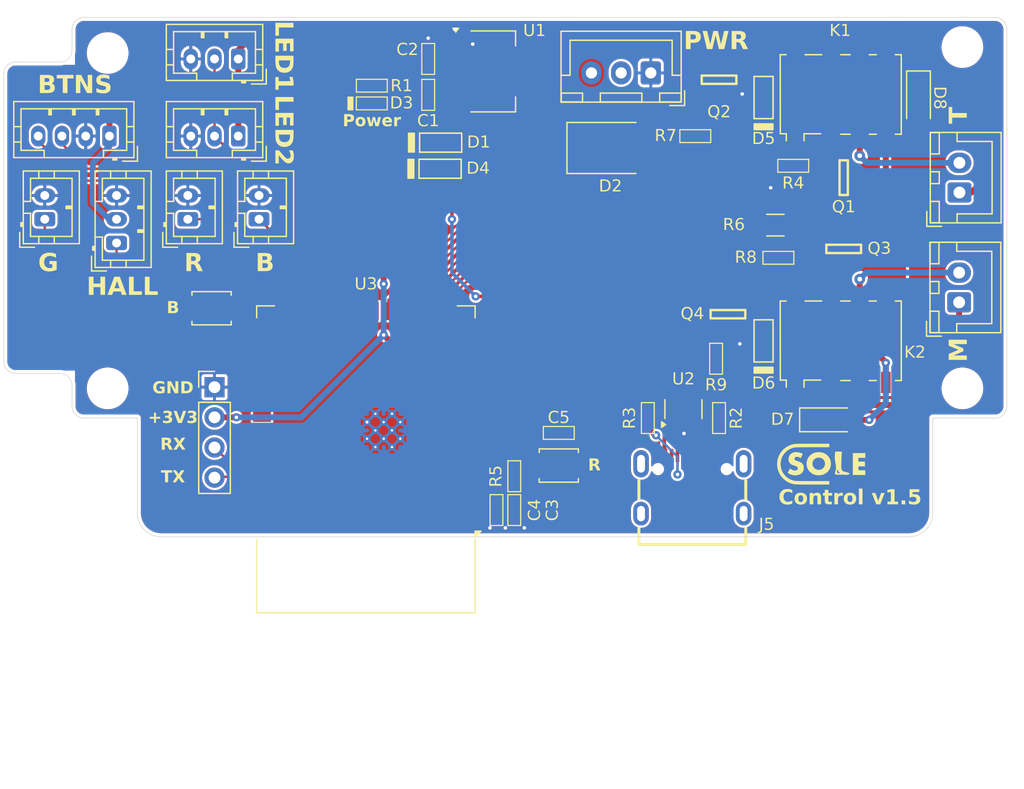
<source format=kicad_pcb>
(kicad_pcb (version 20240108) (generator "pcbnew") (generator_version "8.0")
  (layers (0 "F.Cu" signal) (31 "B.Cu" signal) (34 "B.Paste" user) (35 "F.Paste" user) (36 "B.SilkS" user "B.Silkscreen") (37 "F.SilkS" user "F.Silkscreen") (38 "B.Mask" user) (39 "F.Mask" user) (44 "Edge.Cuts" user))
  (net 0 "")
  (net 1 "GND")
  (net 2 "/+V_OR")
  (net 3 "+3V3")
  (net 4 "+12V")
  (net 5 "+VBUS")
  (net 6 "TRAY_MOTOR-")
  (net 7 "TRAY_MOTOR+")
  (net 8 "DOOR_MOTOR-")
  (net 9 "DOOR_MOTOR+")
  (net 10 "ESP32_LEDBTN")
  (net 11 "ESP32_DOORBTN")
  (net 12 "/MOS_G_TRAY_DIRECT")
  (net 13 "/BJT_B_TRAY_MOTOR")
  (net 14 "/MOS_G_DOOR_DIRECT")
  (net 15 "/BJT_B_DOOR_MOTOR")
  (net 16 "ESP32_TRAY_DIRECTION")
  (net 17 "ESP32_DOOR_DIRECTION")
  (net 18 "USB_D+")
  (net 19 "USB_D-")
  (net 20 "Net-(D3-A)")
  (net 22 "/ESP32_EN")
  (net 23 "ESP32_TRAY_MOTOR_ON")
  (net 24 "ESP32_DOOR_MOTOR_ON")
  (net 25 "ESP32_DOOR_CLOSED")
  (net 26 "ESP32_DOOR_OPEN")
  (net 27 "ESP32_TRAY_CLOSED")
  (net 28 "ESP32_TRAY_OPEN")
  (net 29 "ESP32_RGB_DIN")
  (net 30 "Net-(D7-A)")
  (net 31 "ESP32_AMP_SENSE")
  (net 32 "Net-(D6-A)")
  (net 33 "Net-(D5-A)")
  (net 34 "Net-(SW2-A)")
  (net 38 "Net-(J5-CC1)")
  (net 40 "Net-(J5-D--PadA7)")
  (net 41 "Net-(J5-D+-PadA6)")
  (net 43 "Net-(J5-CC2)")
  (net 52 "/ESP32_RX")
  (net 65 "/ESP32_TX")
  (net 66 "Net-(D8-A)")
  (footprint "MountingHole:MountingHole_3mm" (layer "F.Cu") (at 180.75 112.5)
    (property "Reference" "H4" (hide yes))
    (property "Value" "MountingHole")
  )
  (footprint "Capacitors:C603" (layer "F.Cu") (at 135.75 87.775 90)
    (property "Reference" "C1")
    (property "Value" "10u 25V")
  )
  (footprint "Connector_JST:JST_PH_B2B-PH-K_1x02_P2.00mm_Vertical" (layer "F.Cu") (at 121.5 98.25 90)
    (property "Reference" "J3" (hide yes))
    (property "Value" "JST-B2B-PH-K")
  )
  (footprint "Connector_JST:JST_PH_B4B-PH-K_1x04_P2.00mm_Vertical" (layer "F.Cu") (at 108.9 91.25 180)
    (property "Reference" "J9" (hide yes))
    (property "Value" "JST-B4B-PH-K")
  )
  (footprint "Connector_PinHeader_2.54mm:PinHeader_1x04_P2.54mm_Vertical" (layer "F.Cu") (at 117.75 112.4)
    (property "Reference" "J12" (hide yes))
    (property "Value" "Conn_01x04_Pin")
  )
  (footprint "Resistors:R603" (layer "F.Cu") (at 154.25 115 90)
    (property "Reference" "R3")
    (property "Value" "5k1")
  )
  (footprint "Diodes:D805" (layer "F.Cu") (at 164 108.5 -90)
    (property "Reference" "D6")
    (property "Value" "1N914" (hide yes))
  )
  (footprint "Diodes:SOD-123" (layer "F.Cu") (at 169.3 115.15)
    (property "Reference" "D7")
    (property "Value" "1N4001W")
  )
  (footprint "Capacitors:C603" (layer "F.Cu") (at 141.5 122.75 -90)
    (property "Reference" "C4")
    (property "Value" "100n 50V")
  )
  (footprint "Resistors:R603" (layer "F.Cu") (at 158.25 91.25)
    (property "Reference" "R7")
    (property "Value" "220R")
  )
  (footprint "Package_TO_SOT_SMD:SOT-223-3_TabPin2" (layer "F.Cu") (at 141.2 85.8)
    (property "Reference" "U1")
    (property "Value" "LD1117S33CTR")
  )
  (footprint "Diodes:D603" (layer "F.Cu") (at 131 88.5 180)
    (property "Reference" "D3")
    (property "Value" "LED")
  )
  (footprint "MountingHole:MountingHole_3mm" (layer "F.Cu") (at 180.75 83.75)
    (property "Reference" "H3" (hide yes))
    (property "Value" "MountingHole")
  )
  (footprint "Connector_JST:JST_PH_B2B-PH-K_1x02_P2.00mm_Vertical" (layer "F.Cu") (at 115.5 98.25 90)
    (property "Reference" "J1" (hide yes))
    (property "Value" "JST-B2B-PH-K")
  )
  (footprint "LOGO" (layer "F.Cu") (at 169 119)
    (property "Reference" "G***" (hide yes))
    (property "Value" "LOGO" (hide yes))
  )
  (footprint "Connector_JST:JST_XH_B2B-XH-A_1x02_P2.50mm_Vertical" (layer "F.Cu") (at 180.475 105.25 90)
    (property "Reference" "J11" (hide yes))
    (property "Value" "JST-B2B-XH-A")
  )
  (footprint "Button_Switch_SMD:SW_SPST_B3U-1000P" (layer "F.Cu") (at 146.75 119)
    (property "Reference" "SW1" (hide yes))
    (property "Value" "RESET")
  )
  (footprint "General Sizes:SOT-23-3" (layer "F.Cu") (at 161 106.25 90)
    (property "Reference" "Q4")
    (property "Value" "FMMT617" (hide yes))
  )
  (footprint "Resistor_SMD:R_1206_3216Metric" (layer "F.Cu") (at 165 98.75)
    (property "Reference" "R6")
    (property "Value" "1R")
  )
  (footprint "Diodes:D805" (layer "F.Cu") (at 164 88 -90)
    (property "Reference" "D5")
    (property "Value" "1N914" (hide yes))
  )
  (footprint "General Sizes:SOT-23-3" (layer "F.Cu") (at 170.75 100.75 -90)
    (property "Reference" "Q3")
    (property "Value" "FMMT617" (hide yes))
  )
  (footprint "Connector_JST:JST_XH_B2B-XH-A_1x02_P2.50mm_Vertical" (layer "F.Cu") (at 180.5 96 90)
    (property "Reference" "J10" (hide yes))
    (property "Value" "JST-B2B-XH-A")
  )
  (footprint "MountingHole:MountingHole_3mm" (layer "F.Cu") (at 108.75 112.5)
    (property "Reference" "H2" (hide yes))
    (property "Value" "MountingHole")
  )
  (footprint "Diodes:SOD-123" (layer "F.Cu") (at 177.05 88.0225 -90)
    (property "Reference" "D8")
    (property "Value" "1N4001W")
  )
  (footprint "Resistors:R603" (layer "F.Cu") (at 160.25 115 90)
    (property "Reference" "R2")
    (property "Value" "5k1")
  )
  (footprint "Button_Switch_SMD:SW_SPST_B3U-1000P" (layer "F.Cu") (at 117.5 105.75 180)
    (property "Reference" "SW2" (hide yes))
    (property "Value" "BOOT")
  )
  (footprint "Resistors:R603" (layer "F.Cu") (at 160 110 90)
    (property "Reference" "R9")
    (property "Value" "220R")
  )
  (footprint "Diode_SMD:D_SMB" (layer "F.Cu") (at 151.1 92.25)
    (property "Reference" "D2")
    (property "Value" "SMBJ13A")
  )
  (footprint "Resistors:R603" (layer "F.Cu") (at 166.5 93.75)
    (property "Reference" "R4")
    (property "Value" "220R")
  )
  (footprint "RF_Module:ESP32-S3-WROOM-1" (layer "F.Cu") (at 130.5 118.5 180)
    (property "Reference" "U3")
    (property "Value" "ESP32-S3-WROOM-1-N16R8 ")
  )
  (footprint "Connector_JST:JST_XH_B3B-XH-A_1x03_P2.50mm_Vertical" (layer "F.Cu") (at 154.5 85.925 180)
    (property "Reference" "J2" (hide yes))
    (property "Value" "JST-B3B-XH-A")
  )
  (footprint "Resistors:R603" (layer "F.Cu") (at 131 87)
    (property "Reference" "R1")
    (property "Value" "10k")
  )
  (footprint "General Sizes:SOT-23-3" (layer "F.Cu") (at 170.75 94.75)
    (property "Reference" "Q1")
    (property "Value" "FMMT617" (hide yes))
  )
  (footprint "Diodes:D805" (layer "F.Cu") (at 136.7534 94 180)
    (property "Reference" "D4")
    (property "Value" "1N5819" (hide yes))
  )
  (footprint "Capacitors:C603" (layer "F.Cu") (at 135.75 84.75 90)
    (property "Reference" "C2")
    (property "Value" "10u 25V")
  )
  (footprint "Package_TO_SOT_SMD:SOT-23-6" (layer "F.Cu") (at 157.25 114.25 90)
    (property "Reference" "U2")
    (property "Value" "USBLC6-2SC6")
  )
  (footprint "Capacitors:C603" (layer "F.Cu") (at 146.75 116.25)
    (property "Reference" "C5")
    (property "Value" "100n 50V")
  )
  (footprint "Connector_JST:JST_PH_B3B-PH-K_1x03_P2.00mm_Vertical" (layer "F.Cu") (at 119.75 91.25 180)
    (property "Reference" "J6" (hide yes))
    (property "Value" "JST-B3B-PH-K")
  )
  (footprint "Capacitors:C603" (layer "F.Cu") (at 143 122.75 -90)
    (property "Reference" "C3")
    (property "Value" "10u 25V")
  )
  (footprint "Connector_JST:JST_PH_B2B-PH-K_1x02_P2.00mm_Vertical" (layer "F.Cu") (at 103.45 98.25 90)
    (property "Reference" "J4" (hide yes))
    (property "Value" "JST-B2B-PH-K")
  )
  (footprint "Resistors:R603" (layer "F.Cu") (at 143 119.9 90)
    (property "Reference" "R5")
    (property "Value" "10k")
  )
  (footprint "Connector_JST:JST_PH_B3B-PH-K_1x03_P2.00mm_Vertical" (layer "F.Cu") (at 109.5 100.25 90)
    (property "Reference" "J8" (hide yes))
    (property "Value" "JST-B3B-PH-K")
  )
  (footprint "Relay_SMD:Relay_DPDT_Omron_G6K-2F-Y" (layer "F.Cu") (at 170.5 108.5 90)
    (property "Reference" "K2")
    (property "Value" "G6K-2F-Y-TR DC12")
  )
  (footprint "Relay_SMD:Relay_DPDT_Omron_G6K-2F-Y" (layer "F.Cu") (at 170.5 87.75 90)
    (property "Reference" "K1")
    (property "Value" "G6K-2F-Y-TR DC12")
  )
  (footprint "Resistors:R603" (layer "F.Cu") (at 165.25 101.5)
    (property "Reference" "R8")
    (property "Value" "220R")
  )
  (footprint "General Sizes:SOT-23-3" (layer "F.Cu") (at 160.25 86.5 90)
    (property "Reference" "Q2")
    (property "Value" "FMMT617" (hide yes))
  )
  (footprint "Connector_JST:JST_PH_B3B-PH-K_1x03_P2.00mm_Vertical" (layer "F.Cu") (at 119.75 84.75 180)
    (property "Reference" "J7" (hide yes))
    (property "Value" "JST-B3B-PH-K")
  )
  (footprint "Diodes:D805" (layer "F.Cu") (at 136.8 91.8 180)
    (property "Reference" "D1")
    (property "Value" "1N5819" (hide yes))
  )
  (footprint "USB:USB_C_TYPE-C_16PIN_2MD" (layer "F.Cu") (at 158 125.65)
    (property "Reference" "J5")
    (property "Value" " TYPE-C 16PIN 2MD(073)")
  )
  (footprint "MountingHole:MountingHole_3mm" (layer "F.Cu") (at 108.75 84.25)
    (property "Reference" "H1" (hide yes))
    (property "Value" "MountingHole")
  )
  (gr_line (start 117.75 84.75) (end 117.75 91.25) (stroke (width 0.2)) (layer "F.Cu") (net 29))
  (gr_arc (start 101 111.25) (mid 100.292893 110.957107) (end 100 110.25) (stroke (width 0.05)) (layer "Edge.Cuts"))
  (gr_line (start 178.25 115) (end 183.5 115) (stroke (width 0.05)) (layer "Edge.Cuts"))
  (gr_line (start 105.75 84) (end 105.75 82.25) (stroke (width 0.05)) (layer "Edge.Cuts"))
  (gr_arc (start 105.75 82.25) (mid 106.042893 81.542893) (end 106.75 81.25) (stroke (width 0.05)) (layer "Edge.Cuts"))
  (gr_line (start 184.5 82.25) (end 184.5 114) (stroke (width 0.05)) (layer "Edge.Cuts"))
  (gr_arc (start 106.75 115) (mid 106.042893 114.707107) (end 105.75 114) (stroke (width 0.05)) (layer "Edge.Cuts"))
  (gr_line (start 101 111.25) (end 104.75 111.25) (stroke (width 0.05)) (layer "Edge.Cuts"))
  (gr_line (start 100 86) (end 100 110.25) (stroke (width 0.05)) (layer "Edge.Cuts"))
  (gr_arc (start 183.5 81.25) (mid 184.207107 81.542893) (end 184.5 82.25) (stroke (width 0.05)) (layer "Edge.Cuts"))
  (gr_line (start 101 85) (end 104.75 85) (stroke (width 0.05)) (layer "Edge.Cuts"))
  (gr_line (start 106.75 115) (end 111.25 115) (stroke (width 0.05)) (layer "Edge.Cuts"))
  (gr_arc (start 105.75 84) (mid 105.457107 84.707107) (end 104.75 85) (stroke (width 0.05)) (layer "Edge.Cuts"))
  (gr_line (start 105.75 112.25) (end 105.75 114) (stroke (width 0.05)) (layer "Edge.Cuts"))
  (gr_arc (start 178.25 123) (mid 177.664214 124.414214) (end 176.25 125) (stroke (width 0.05)) (layer "Edge.Cuts"))
  (gr_arc (start 104.75 111.25) (mid 105.457107 111.542893) (end 105.75 112.25) (stroke (width 0.05)) (layer "Edge.Cuts"))
  (gr_line (start 113.25 125) (end 176.25 125) (stroke (width 0.05)) (layer "Edge.Cuts"))
  (gr_line (start 106.75 81.25) (end 183.5 81.25) (stroke (width 0.05)) (layer "Edge.Cuts"))
  (gr_line (start 111.25 115) (end 111.25 123) (stroke (width 0.05)) (layer "Edge.Cuts"))
  (gr_arc (start 184.5 114) (mid 184.207107 114.707107) (end 183.5 115) (stroke (width 0.05)) (layer "Edge.Cuts"))
  (gr_arc (start 113.25 125) (mid 111.835786 124.414214) (end 111.25 123) (stroke (width 0.05)) (layer "Edge.Cuts"))
  (gr_arc (start 100 86) (mid 100.292893 85.292893) (end 101 85) (stroke (width 0.05)) (layer "Edge.Cuts"))
  (gr_line (start 178.25 115) (end 178.25 123) (stroke (width 0.05)) (layer "Edge.Cuts"))
  (gr_text "R" (at 149.75 119 0) (layer "F.SilkS") (effects (font (size 1 1) (thickness 0.2) (bold yes))))
  (gr_text "M" (at 180.5 109.25 90) (layer "F.SilkS") (effects (font (size 1.5 1.5) (thickness 0.3) (bold yes))))
  (gr_text "LED2" (at 123.5 90.75 -90) (layer "F.SilkS") (effects (font (size 1.5 1.5) (thickness 0.3) (bold yes))))
  (gr_text "B" (at 122 102 0) (layer "F.SilkS") (effects (font (size 1.5 1.5) (thickness 0.3) (bold yes))))
  (gr_text "+3V3" (at 114.25 115 0) (layer "F.SilkS") (effects (font (size 1 1) (thickness 0.25) (bold yes))))
  (gr_text "HALL" (at 110 104 0) (layer "F.SilkS") (effects (font (size 1.5 1.5) (thickness 0.3) (bold yes))))
  (gr_text "Power" (at 131 90 0) (layer "F.SilkS") (effects (font (size 1 1) (thickness 0.2) (bold yes))))
  (gr_text "BTNS" (at 106 87 0) (layer "F.SilkS") (effects (font (size 1.5 1.5) (thickness 0.3) (bold yes))))
  (gr_text "Control v1.5" (at 165.25 121.75 0) (layer "F.SilkS") (effects (font (size 1.25 1.25) (thickness 0.2) (bold yes)) (justify left)))
  (gr_text "LED1" (at 123.5 84.5 -90) (layer "F.SilkS") (effects (font (size 1.5 1.5) (thickness 0.3) (bold yes))))
  (gr_text "R" (at 116 102 0) (layer "F.SilkS") (effects (font (size 1.5 1.5) (thickness 0.3) (bold yes))))
  (gr_text "PWR" (at 160 83.3 0) (layer "F.SilkS") (effects (font (size 1.5 1.5) (thickness 0.3) (bold yes))))
  (gr_text "T" (at 180.5 89.5 90) (layer "F.SilkS") (effects (font (size 1.5 1.5) (thickness 0.3) (bold yes))))
  (gr_text "GND" (at 114.25 112.5 0) (layer "F.SilkS") (effects (font (size 1 1) (thickness 0.25) (bold yes))))
  (gr_text "RX" (at 114.25 117.25 0) (layer "F.SilkS") (effects (font (size 1 1) (thickness 0.25) (bold yes))))
  (gr_text "G" (at 103.75 102 0) (layer "F.SilkS") (effects (font (size 1.5 1.5) (thickness 0.3) (bold yes))))
  (gr_text "B" (at 114.25 105.75 0) (layer "F.SilkS") (effects (font (size 1 1) (thickness 0.2) (bold yes))))
  (gr_text "TX" (at 114.25 120 0) (layer "F.SilkS") (effects (font (size 1 1) (thickness 0.25) (bold yes))))
  (segment (start 161.205 87.7) (end 162.2 87.7) (width 0.5) (layer "F.Cu") (net 1))
  (via (at 164.6 95.6) (size 0.7) (drill 0.3) (layers "F.Cu" "B.Cu") (net 1))
  (via (at 140.95 124.25) (size 0.7) (drill 0.3) (layers "F.Cu" "B.Cu") (net 1))
  (via (at 162.2 87.7) (size 0.7) (drill 0.3) (layers "F.Cu" "B.Cu") (net 1))
  (via (at 135.75 83) (size 0.7) (drill 0.3) (layers "F.Cu" "B.Cu") (net 1))
  (via (at 139.5 83.5) (size 0.7) (drill 0.3) (layers "F.Cu" "B.Cu") (net 1))
  (via (at 143.85 124.25) (size 0.7) (drill 0.3) (layers "F.Cu" "B.Cu") (net 1))
  (via (at 157.3 116.3) (size 0.7) (drill 0.3) (layers "F.Cu" "B.Cu") (net 1))
  (via (at 162 108.75) (size 0.7) (drill 0.3) (layers "F.Cu" "B.Cu") (net 1))
  (via (at 138 82.25) (size 0.7) (drill 0.3) (layers "F.Cu" "B.Cu") (net 1))
  (via (at 142.25 124.25) (size 0.7) (drill 0.3) (layers "F.Cu" "B.Cu") (net 1))
  (segment (start 135.75 88.55) (end 135.75 91.775) (width 0.5) (layer "F.Cu") (net 2))
  (segment (start 135.75 88.55) (end 137.6 88.55) (width 0.5) (layer "F.Cu") (net 2))
  (segment (start 135.6784 94) (end 135.6784 91.8466) (width 0.5) (layer "F.Cu") (net 2))
  (segment (start 132 103.7) (end 132 93.75) (width 0.5) (layer "F.Cu") (net 3))
  (segment (start 121 82.75) (end 113.5 82.75) (width 0.5) (layer "F.Cu") (net 3))
  (segment (start 135.75 85.525) (end 130 85.525) (width 0.5) (layer "F.Cu") (net 3))
  (segment (start 138 122.49) (end 135.75 120.24) (width 0.5) (layer "F.Cu") (net 3))
  (segment (start 135.75 111.75) (end 132 108) (width 0.5) (layer "F.Cu") (net 3))
  (segment (start 130 85.525) (end 129.925 85.525) (width 0.5) (layer "F.Cu") (net 3))
  (segment (start 119.75 84.75) (end 119.75 84) (width 0.5) (layer "F.Cu") (net 3))
  (segment (start 135.75 120.24) (end 135.75 111.75) (width 0.5) (layer "F.Cu") (net 3))
  (segment (start 132 93.75) (end 128.5 90.25) (width 0.5) (layer "F.Cu") (net 3))
  (segment (start 128.5 87.75) (end 129.25 87) (width 0.5) (layer "F.Cu") (net 3))
  (segment (start 108.9 87.35) (end 108.9 91.25) (width 0.5) (layer "F.Cu") (net 3))
  (segment (start 130.225 85.75) (end 130 85.525) (width 0.5) (layer "F.Cu") (net 3))
  (segment (start 117.75 114.94) (end 119.59 114.94) (width 0.5) (layer "F.Cu") (net 3))
  (segment (start 130.225 87) (end 130.225 85.75) (width 0.5) (layer "F.Cu") (net 3))
  (segment (start 119.75 84) (end 121 82.75) (width 0.5) (layer "F.Cu") (net 3))
  (segment (start 129.25 87) (end 130.225 87) (width 0.5) (layer "F.Cu") (net 3))
  (segment (start 127.15 82.75) (end 121 82.75) (width 0.5) (layer "F.Cu") (net 3))
  (segment (start 135.75 85.525) (end 137.775 85.525) (width 0.5) (layer "F.Cu") (net 3))
  (segment (start 128.5 90.25) (end 128.5 87.75) (width 0.5) (layer "F.Cu") (net 3))
  (segment (start 119.75 91.25) (end 119.75 84.75) (width 0.5) (layer "F.Cu") (net 3))
  (segment (start 129.925 85.525) (end 127.15 82.75) (width 0.5) (layer "F.Cu") (net 3))
  (segment (start 119.6 114.95) (end 119.59 114.94) (width 0.5) (layer "F.Cu") (net 3))
  (segment (start 139.25 122.49) (end 138 122.49) (width 0.5) (layer "F.Cu") (net 3))
  (segment (start 113.5 82.75) (end 108.9 87.35) (width 0.5) (layer "F.Cu") (net 3))
  (via (at 132 108) (size 0.7) (drill 0.3) (layers "F.Cu" "B.Cu") (net 3))
  (via (at 132 103.7) (size 0.7) (drill 0.3) (layers "F.Cu" "B.Cu") (net 3))
  (via (at 119.59 114.94) (size 0.7) (drill 0.3) (layers "F.Cu" "B.Cu") (net 3))
  (segment (start 107.5 93.5) (end 107.5 96.875) (width 0.5) (layer "B.Cu") (net 3))
  (segment (start 108.9 92.1) (end 107.5 93.5) (width 0.5) (layer "B.Cu") (net 3))
  (segment (start 125.06 114.94) (end 132 108) (width 0.5) (layer "B.Cu") (net 3))
  (segment (start 119.59 114.94) (end 125.06 114.94) (width 0.5) (layer "B.Cu") (net 3))
  (segment (start 107.5 96.875) (end 108.875 98.25) (width 0.5) (layer "B.Cu") (net 3))
  (segment (start 132 108) (end 132 103.75) (width 0.5) (layer "B.Cu") (net 3))
  (segment (start 108.9 91.25) (end 108.9 92.1) (width 0.5) (layer "B.Cu") (net 3))
  (segment (start 108.875 98.25) (end 109.5 98.25) (width 0.5) (layer "B.Cu") (net 3))
  (segment (start 176.5225 86.4725) (end 174.3 84.25) (width 0.5) (layer "F.Cu") (net 4))
  (segment (start 137.8668 91.8) (end 148.5 91.8) (width 0.5) (layer "F.Cu") (net 4))
  (segment (start 149.178234 86.246766) (end 149.5 85.925) (width 1) (layer "F.Cu") (net 4))
  (segment (start 149.5 85.925) (end 149.5 91.7) (width 0.5) (layer "F.Cu") (net 4))
  (segment (start 177.05 86.4725) (end 176.5225 86.4725) (width 0.5) (layer "F.Cu") (net 4))
  (segment (start 166.7 114.1) (end 167.75 115.15) (width 0.5) (layer "F.Cu") (net 4))
  (segment (start 149.5 88.25) (end 149.5 85.925) (width 0.5) (layer "F.Cu") (net 4))
  (segment (start 166.7 112) (end 166.7 114.1) (width 0.5) (layer "F.Cu") (net 4))
  (segment (start 151.75 104.75) (end 139.75 104.75) (width 0.3) (layer "F.Cu") (net 5))
  (segment (start 159 114) (end 159 112) (width 0.3) (layer "F.Cu") (net 5))
  (segment (start 157.25 113.774999) (end 156.774999 114.25) (width 0.3) (layer "F.Cu") (net 5))
  (segment (start 137.75 98.25) (end 137.75 94.0702) (width 0.3) (layer "F.Cu") (net 5))
  (segment (start 157.25 113.1125) (end 157.25 113.774999) (width 0.3) (layer "F.Cu") (net 5))
  (segment (start 158.75 114.25) (end 159 114) (width 0.3) (layer "F.Cu") (net 5))
  (segment (start 155.64 114.61) (end 155.64 118.15) (width 0.3) (layer "F.Cu") (net 5))
  (segment (start 159 112) (end 151.75 104.75) (width 0.3) (layer "F.Cu") (net 5))
  (segment (start 156 114.25) (end 155.64 114.61) (width 0.3) (layer "F.Cu") (net 5))
  (segment (start 156.774999 114.25) (end 156 114.25) (width 0.3) (layer "F.Cu") (net 5))
  (segment (start 156.774999 114.25) (end 158.75 114.25) (width 0.3) (layer "F.Cu") (net 5))
  (via (at 139.75 104.75) (size 0.7) (drill 0.3) (layers "F.Cu" "B.Cu") (net 5))
  (via (at 137.75 98.25) (size 0.7) (drill 0.3) (layers "F.Cu" "B.Cu") (net 5))
  (segment (start 137.75 98.25) (end 137.75 102.75) (width 0.3) (layer "B.Cu") (net 5))
  (segment (start 137.75 102.75) (end 139.75 104.75) (width 0.3) (layer "B.Cu") (net 5))
  (segment (start 172.1 85.6) (end 174.6 88.1) (width 0.5) (layer "F.Cu") (net 6))
  (segment (start 181.5 96) (end 180.5 96) (width 0.5) (layer "F.Cu") (net 6))
  (segment (start 182.75 94.75) (end 181.5 96) (width 0.5) (layer "F.Cu") (net 6))
  (segment (start 172.1 84.25) (end 172.1 85.6) (width 0.5) (layer "F.Cu") (net 6))
  (segment (start 182.75 91.5) (end 182.75 94.75) (width 0.5) (layer "F.Cu") (net 6))
  (segment (start 174.6 88.1) (end 179.35 88.1) (width 0.5) (layer "F.Cu") (net 6))
  (segment (start 179.35 88.1) (end 182.75 91.5) (width 0.5) (layer "F.Cu") (net 6))
  (segment (start 172.1 92.9) (end 172.1 91.25) (width 0.5) (layer "F.Cu") (net 7))
  (via (at 172.1 92.9) (size 0.9) (drill 0.4) (layers "F.Cu" "B.Cu") (net 7))
  (segment (start 172.1 92.9) (end 172.7 93.5) (width 0.5) (layer "B.Cu") (net 7))
  (segment (start 172.7 93.5) (end 180.5 93.5) (width 0.5) (layer "B.Cu") (net 7))
  (segment (start 172.1 105) (end 172.1 103.3) (width 0.5) (layer "F.Cu") (net 8))
  (via (at 172.1 103.3) (size 0.9) (drill 0.4) (layers "F.Cu" "B.Cu") (net 8))
  (segment (start 172.1 103.3) (end 172.65 102.75) (width 0.5) (layer "B.Cu") (net 8))
  (segment (start 172.65 102.75) (end 180.5 102.75) (width 0.5) (layer "B.Cu") (net 8))
  (segment (start 173.2 113.9) (end 172.1 112.8) (width 0.5) (layer "F.Cu") (net 9))
  (segment (start 175.4 113.9) (end 173.2 113.9) (width 0.5) (layer "F.Cu") (net 9))
  (segment (start 172.1 112.8) (end 172.1 112) (width 0.5) (layer "F.Cu") (net 9))
  (segment (start 180.475 105.25) (end 180.475 108.825) (width 0.5) (layer "F.Cu") (net 9))
  (segment (start 180.475 108.825) (end 175.4 113.9) (width 0.5) (layer "F.Cu") (net 9))
  (segment (start 123.3 94) (end 127.25 97.95) (width 0.2) (layer "F.Cu") (net 10))
  (segment (start 127.25 97.95) (end 127.25 105.925) (width 0.2) (layer "F.Cu") (net 10))
  (segment (start 107 94) (end 123.3 94) (width 0.2) (layer "F.Cu") (net 10))
  (segment (start 104.9 91.9) (end 107 94) (width 0.2) (layer "F.Cu") (net 10))
  (segment (start 102.9 91.65) (end 106.25 95) (width 0.2) (layer "F.Cu") (net 11))
  (segment (start 106.25 95) (end 122.8 95) (width 0.2) (layer "F.Cu") (net 11))
  (segment (start 122.8 95) (end 126 98.2) (width 0.2) (layer "F.Cu") (net 11))
  (segment (start 126 98.2) (end 126 105.945) (width 0.2) (layer "F.Cu") (net 11))
  (segment (start 169.55 93.75) (end 167.275 93.75) (width 0.2) (layer "F.Cu") (net 12))
  (segment (start 159.295 87.7) (end 159.295 90.73) (width 0.2) (layer "F.Cu") (net 13))
  (segment (start 159.295 90.73) (end 159.025 91) (width 0.2) (layer "F.Cu") (net 13))
  (segment (start 171.1 99.5) (end 171.705 99.5) (width 0.2) (layer "F.Cu") (net 14))
  (segment (start 166.45 101.225) (end 169.375 101.225) (width 0.2) (layer "F.Cu") (net 14))
  (segment (start 169.375 101.225) (end 171.1 99.5) (width 0.2) (layer "F.Cu") (net 14))
  (segment (start 160.045 107.45) (end 160.045 109.18) (width 0.2) (layer "F.Cu") (net 15))
  (segment (start 157.475 91) (end 157.475 92.15) (width 0.2) (layer "F.Cu") (net 16))
  (segment (start 132.405 105.05) (end 132.405 106) (width 0.2) (layer "F.Cu") (net 16))
  (segment (start 154.875 94.75) (end 142.705 94.75) (width 0.2) (layer "F.Cu") (net 16))
  (segment (start 142.705 94.75) (end 132.405 105.05) (width 0.2) (layer "F.Cu") (net 16))
  (segment (start 157.475 92.15) (end 154.875 94.75) (width 0.2) (layer "F.Cu") (net 16))
  (segment (start 137.485 106) (end 137.485 105.015) (width 0.2) (layer "F.Cu") (net 17))
  (segment (start 151.75 103.5) (end 159.025 110.775) (width 0.2) (layer "F.Cu") (net 17))
  (segment (start 137.485 105.015) (end 139 103.5) (width 0.2) (layer "F.Cu") (net 17))
  (segment (start 139 103.5) (end 151.75 103.5) (width 0.2) (layer "F.Cu") (net 17))
  (segment (start 159.025 110.775) (end 160 110.775) (width 0.2) (layer "F.Cu") (net 17))
  (segment (start 140.785001 107.66) (end 152.7475 107.66) (width 0.2) (layer "F.Cu") (net 18))
  (segment (start 157.25 111.25) (end 158.2 112.2) (width 0.2) (layer "F.Cu") (net 18))
  (segment (start 140.375001 107.25) (end 140.785001 107.66) (width 0.2) (layer "F.Cu") (net 18))
  (segment (start 158.2 112.2) (end 158.2 113.1125) (width 0.2) (layer "F.Cu") (net 18))
  (segment (start 156.3375 111.25) (end 157.25 111.25) (width 0.2) (layer "F.Cu") (net 18))
  (segment (start 139.25 107.25) (end 140.375001 107.25) (width 0.2) (layer "F.Cu") (net 18))
  (segment (start 152.7475 107.66) (end 156.3375 111.25) (width 0.2) (layer "F.Cu") (net 18))
  (segment (start 156.3 111.848897) (end 156.3 113.1125) (width 0.2) (layer "F.Cu") (net 19))
  (segment (start 140.785001 108.11) (end 152.561103 108.11) (width 0.2) (layer "F.Cu") (net 19))
  (segment (start 140.375001 108.52) (end 140.785001 108.11) (width 0.2) (layer "F.Cu") (net 19))
  (segment (start 139.25 108.52) (end 140.375001 108.52) (width 0.2) (layer "F.Cu") (net 19))
  (segment (start 152.561103 108.11) (end 156.3 111.848897) (width 0.2) (layer "F.Cu") (net 19))
  (segment (start 131.772 88.495) (end 131.772 87.003) (width 0.3) (layer "F.Cu") (net 20))
  (segment (start 139.25 121.22) (end 140.28 121.22) (width 0.2) (layer "F.Cu") (net 22))
  (segment (start 145.05 117.175) (end 145.975 116.25) (width 0.2) (layer "F.Cu") (net 22))
  (segment (start 143 119.125) (end 144.925 119.125) (width 0.2) (layer "F.Cu") (net 22))
  (segment (start 142.375 119.125) (end 143 119.125) (width 0.2) (layer "F.Cu") (net 22))
  (segment (start 140.28 121.22) (end 142.375 119.125) (width 0.2) (layer "F.Cu") (net 22))
  (segment (start 145.05 119) (end 145.05 117.175) (width 0.2) (layer "F.Cu") (net 22))
  (segment (start 162.9875 95.75) (end 142.975 95.75) (width 0.2) (layer "F.Cu") (net 23))
  (segment (start 164.9875 93.75) (end 162.9875 95.75) (width 0.2) (layer "F.Cu") (net 23))
  (segment (start 165.725 93.75) (end 164.9875 93.75) (width 0.2) (layer "F.Cu") (net 23))
  (segment (start 133.675 105.05) (end 133.675 106) (width 0.2) (layer "F.Cu") (net 23))
  (segment (start 142.975 95.75) (end 133.675 105.05) (width 0.2) (layer "F.Cu") (net 23))
  (segment (start 136.215 105.035) (end 136.215 106) (width 0.2) (layer "F.Cu") (net 24))
  (segment (start 139.75 101.5) (end 136.215 105.035) (width 0.2) (layer "F.Cu") (net 24))
  (segment (start 164.475 101.5) (end 139.75 101.5) (width 0.2) (layer "F.Cu") (net 24))
  (segment (start 123.515 104.515) (end 123.515 106) (width 0.2) (layer "F.Cu") (net 25))
  (segment (start 123.5 104) (end 123.5 104.5) (width 0.2) (layer "F.Cu") (net 25))
  (segment (start 123.5 104.5) (end 123.515 104.515) (width 0.2) (layer "F.Cu") (net 25))
  (segment (start 117.75 98.25) (end 123.5 104) (width 0.2) (layer "F.Cu") (net 25))
  (segment (start 115.5 98.25) (end 117.75 98.25) (width 0.2) (layer "F.Cu") (net 25))
  (segment (start 124.785 101.535) (end 124.785 106) (width 0.2) (layer "F.Cu") (net 26))
  (segment (start 121.5 98.25) (end 124.785 101.535) (width 0.2) (layer "F.Cu") (net 26))
  (segment (start 109.5 107) (end 111.02 108.52) (width 0.2) (layer "F.Cu") (net 27))
  (segment (start 111.02 108.52) (end 121.75 108.52) (width 0.2) (layer "F.Cu") (net 27))
  (segment (start 109.5 100.25) (end 109.5 107) (width 0.2) (layer "F.Cu") (net 27))
  (segment (start 103.45 102.45) (end 110.79 109.79) (width 0.2) (layer "F.Cu") (net 28))
  (segment (start 103.45 98.25) (end 103.45 102.45) (width 0.2) (layer "F.Cu") (net 28))
  (segment (start 110.79 109.79) (end 121.75 109.79) (width 0.2) (layer "F.Cu") (net 28))
  (segment (start 117.75 91.25) (end 119.5 93) (width 0.2) (layer "F.Cu") (net 29))
  (segment (start 119.5 93) (end 123.9 93) (width 0.2) (layer "F.Cu") (net 29))
  (segment (start 128.5 97.6) (end 128.5 105.905) (width 0.2) (layer "F.Cu") (net 29))
  (segment (start 123.9 93) (end 128.5 97.6) (width 0.2) (layer "F.Cu") (net 29))
  (segment (start 170.75 102.55) (end 169.9 103.4) (width 0.5) (layer "F.Cu") (net 30))
  (segment (start 171.05 115.15) (end 172.9 115.15) (width 0.5) (layer "F.Cu") (net 30))
  (segment (start 169.9 105) (end 169.9 105.9) (width 0.5) (layer "F.Cu") (net 30))
  (segment (start 174.3 110.3) (end 174.3 112) (width 0.5) (layer "F.Cu") (net 30))
  (segment (start 172.65 108.65) (end 174.3 110.3) (width 0.5) (layer "F.Cu") (net 30))
  (segment (start 169.9 105.9) (end 172.65 108.65) (width 0.5) (layer "F.Cu") (net 30))
  (segment (start 169.9 103.4) (end 169.9 105) (width 0.5) (layer "F.Cu") (net 30))
  (segment (start 170.75 101.9) (end 170.75 102.55) (width 0.5) (layer "F.Cu") (net 30))
  (via (at 172.9 115.15) (size 0.7) (drill 0.3) (layers "F.Cu" "B.Cu") (net 30))
  (via (at 174.3 110.35) (size 0.7) (drill 0.3) (layers "F.Cu" "B.Cu") (net 30))
  (segment (start 174.3 113.75) (end 174.3 110.35) (width 0.5) (layer "B.Cu") (net 30))
  (segment (start 172.9 115.15) (end 174.3 113.75) (width 0.5) (layer "B.Cu") (net 30))
  (segment (start 166 96.75) (end 143.245 96.75) (width 0.2) (layer "F.Cu") (net 31))
  (segment (start 134.945 105.05) (end 134.945 106) (width 0.2) (layer "F.Cu") (net 31))
  (segment (start 169.55 95.705) (end 169.295 95.705) (width 0.5) (layer "F.Cu") (net 31))
  (segment (start 166.4625 97.2125) (end 166 96.75) (width 0.2) (layer "F.Cu") (net 31))
  (segment (start 166.4625 98.75) (end 166.4625 97.2125) (width 0.2) (layer "F.Cu") (net 31))
  (segment (start 143.245 96.75) (end 134.945 105.05) (width 0.2) (layer "F.Cu") (net 31))
  (segment (start 164 106.45) (end 164 107.425) (width 0.5) (layer "F.Cu") (net 32))
  (segment (start 166.7 105) (end 166.7 106.55) (width 0.5) (layer "F.Cu") (net 32))
  (segment (start 166.7 106.55) (end 165.825 107.425) (width 0.5) (layer "F.Cu") (net 32))
  (segment (start 161 105.05) (end 162.6 105.05) (width 0.5) (layer "F.Cu") (net 32))
  (segment (start 165.825 107.425) (end 164 107.425) (width 0.5) (layer "F.Cu") (net 32))
  (segment (start 162.6 105.05) (end 164 106.45) (width 0.5) (layer "F.Cu") (net 32))
  (segment (start 164.675 86.925) (end 164 86.925) (width 0.5) (layer "F.Cu") (net 33))
  (segment (start 163.925 86.925) (end 162.3 85.3) (width 0.5) (layer "F.Cu") (net 33))
  (segment (start 164.7 86.9) (end 164.675 86.925) (width 0.5) (layer "F.Cu") (net 33))
  (segment (start 165.1 86.9) (end 164.7 86.9) (width 0.5) (layer "F.Cu") (net 33))
  (segment (start 166.7 84.25) (end 166.7 85.3) (width 0.5) (layer "F.Cu") (net 33))
  (segment (start 166.7 85.3) (end 165.1 86.9) (width 0.5) (layer "F.Cu") (net 33))
  (segment (start 162.3 85.3) (end 160.25 85.3) (width 0.5) (layer "F.Cu") (net 33))
  (segment (start 120.25 107.25) (end 121.75 107.25) (width 0.2) (layer "F.Cu") (net 34))
  (segment (start 119.2 106.2) (end 120.25 107.25) (width 0.2) (layer "F.Cu") (net 34))
  (segment (start 154.94 116.45) (end 154.7 116.45) (width 0.2) (layer "F.Cu") (net 38))
  (segment (start 154.7 116.45) (end 154.25 116) (width 0.2) (layer "F.Cu") (net 38))
  (segment (start 156.75 119.75) (end 156.75 118.15) (width 0.2) (layer "F.Cu") (net 38))
  (via (at 156.75 119.75) (size 0.7) (drill 0.3) (layers "F.Cu" "B.Cu") (net 38))
  (via (at 154.94 116.45) (size 0.7) (drill 0.3) (layers "F.Cu" "B.Cu") (net 38))
  (segment (start 156.75 118.26) (end 156.75 119.75) (width 0.2) (layer "B.Cu") (net 38))
  (segment (start 154.94 116.45) (end 156.75 118.26) (width 0.2) (layer "B.Cu") (net 38))
  (segment (start 157.25 117.45) (end 157.25 118.15) (width 0.2) (layer "F.Cu") (net 40))
  (segment (start 156.3 115.3875) (end 156.3 116.5) (width 0.2) (layer "F.Cu") (net 40))
  (segment (start 157.25 119) (end 157.25 118.15) (width 0.2) (layer "F.Cu") (net 40))
  (segment (start 158.25 118.95) (end 157.95 119.25) (width 0.2) (layer "F.Cu") (net 40))
  (segment (start 156.3 116.5) (end 157.25 117.45) (width 0.2) (layer "F.Cu") (net 40))
  (segment (start 157.95 119.25) (end 157.5 119.25) (width 0.2) (layer "F.Cu") (net 40))
  (segment (start 157.5 119.25) (end 157.25 119) (width 0.2) (layer "F.Cu") (net 40))
  (segment (start 158.25 118.15) (end 158.25 118.95) (width 0.2) (layer "F.Cu") (net 40))
  (segment (start 158.2 116.3875) (end 157.75 116.8375) (width 0.2) (layer "F.Cu") (net 41))
  (segment (start 158.2 115.3875) (end 158.2 116.3875) (width 0.2) (layer "F.Cu") (net 41))
  (segment (start 158.75 116.9375) (end 158.2 116.3875) (width 0.2) (layer "F.Cu") (net 41))
  (segment (start 157.75 116.8375) (end 157.75 118.15) (width 0.2) (layer "F.Cu") (net 41))
  (segment (start 158.75 118.15) (end 158.75 116.9375) (width 0.2) (layer "F.Cu") (net 41))
  (segment (start 159.75 116.275) (end 160.25 115.775) (width 0.2) (layer "F.Cu") (net 43))
  (segment (start 159.75 118.15) (end 159.75 116.275) (width 0.2) (layer "F.Cu") (net 43))
  (segment (start 118.95 118.68) (end 117.75 117.48) (width 0.2) (layer "F.Cu") (net 52))
  (segment (start 121.75 118.68) (end 118.95 118.68) (width 0.2) (layer "F.Cu") (net 52))
  (segment (start 117.82 119.95) (end 117.75 120.02) (width 0.2) (layer "F.Cu") (net 65))
  (segment (start 121.75 119.95) (end 117.82 119.95) (width 0.2) (layer "F.Cu") (net 65))
  (segment (start 171.95 94.705) (end 173.72 94.705) (width 0.5) (layer "F.Cu") (net 66))
  (segment (start 169.9 85.5) (end 174.3 89.9) (width 0.5) (layer "F.Cu") (net 66))
  (segment (start 174.3 94.125) (end 174.3 91.25) (width 0.5) (layer "F.Cu") (net 66))
  (segment (start 173.72 94.705) (end 174.3 94.125) (width 0.5) (layer "F.Cu") (net 66))
  (segment (start 174.3 89.9) (end 174.3 91.25) (width 0.5) (layer "F.Cu") (net 66))
  (segment (start 175.5725 91.25) (end 177.05 89.7725) (width 0.5) (layer "F.Cu") (net 66))
  (segment (start 174.3 91.25) (end 175.5725 91.25) (width 0.5) (layer "F.Cu") (net 66))
  (segment (start 169.9 84.25) (end 169.9 85.5) (width 0.5) (layer "F.Cu") (net 66))
  (zone (net 3) (net_name "+3V3") (layer "F.Cu") (priority 8) (connect_pads yes (clearance 0.25)) (min_thickness 0.25) (fill yes (thermal_gap 0.25) (thermal_bridge_width 0.25))
    (polygon (pts (xy 138.2 121.9) (xy 140.6 121.9) (xy 140.6 121.3) (xy 142.2 121.3) (xy 142.2 119.9) (xy 143.7 119.9) (xy 143.7 122.7) (xy 140.5 122.7) (xy 140.5 123.1) (xy 138.2 123.1)))
  )
  (zone (net 4) (net_name "+12V") (layer "F.Cu") (priority 2) (connect_pads yes (clearance 0.25)) (min_thickness 0.25) (fill yes (thermal_gap 0.25) (thermal_bridge_width 0.25) (smoothing fillet) (radius 0.5) (island_removal_mode 1) (island_area_min 10))
    (polygon (pts (xy 168.75 108.5) (xy 168.75 106.25) (xy 168.75 103.25) (xy 168.75 101.75) (xy 169.25 101.25) (xy 176 101.25) (xy 176 107.75) (xy 176 110.75) (xy 176 113.5) (xy 163 113.5) (xy 163 108.5)))
  )
  (zone (net 3) (net_name "+3V3") (layer "F.Cu") (priority 7) (connect_pads yes (clearance 0.25)) (min_thickness 0.25) (fill yes (thermal_gap 0.25) (thermal_bridge_width 0.25))
    (polygon (pts (xy 138.2 121.9) (xy 140.6 121.9) (xy 140.6 121.3) (xy 143.8 121.3) (xy 143.8 122.7) (xy 140.5 122.7) (xy 140.1 123.1) (xy 138.2 123.1)))
  )
  (zone (net 5) (net_name "+VBUS") (layer "F.Cu") (priority 3) (connect_pads yes (clearance 0.25)) (min_thickness 0.25) (fill yes (thermal_gap 0.25) (thermal_bridge_width 0.25))
    (polygon (pts (xy 155.25 117.5) (xy 160.75 117.5) (xy 160.75 121.25) (xy 155.25 121.25)))
  )
  (zone (net 31) (net_name "ESP32_AMP_SENSE") (layer "F.Cu") (priority 1) (connect_pads yes (clearance 0.15)) (min_thickness 0.15) (fill yes (thermal_gap 0.25) (thermal_bridge_width 0.25))
    (polygon (pts (xy 168.75 95.25) (xy 170.25 95.25) (xy 170.25 100.25) (xy 165.75 100.25) (xy 165.75 95.25)))
  )
  (zone (net 4) (net_name "+12V") (layer "F.Cu") (priority 4) (connect_pads yes (clearance 0.25)) (min_thickness 0.25) (fill yes (thermal_gap 0.25) (thermal_bridge_width 0.25) (smoothing fillet) (radius 0.5))
    (polygon (pts (xy 175.2 85.5) (xy 175.2 81.25) (xy 167.8 81.25) (xy 167.75 81.25) (xy 147.75 81.25) (xy 147.75 89.9) (xy 165.9 90.05) (xy 173.9 90.05) (xy 174 89.6) (xy 169.3 84.7) (xy 169.3 83.1) (xy 173.1 83.1) (xy 173.1 85.5)))
  )
  (zone (net 4) (net_name "+12V") (layer "F.Cu") (priority 5) (connect_pads yes (clearance 0.25)) (min_thickness 0.25) (fill yes (thermal_gap 0.25) (thermal_bridge_width 0.25) (smoothing fillet) (radius 0.5))
    (polygon (pts (xy 174 94.705) (xy 176 94.7) (xy 176 103.5) (xy 173 103.5) (xy 173 101.4) (xy 173 98.3) (xy 170.3 98.3) (xy 170.3 94.2) (xy 165.25 94.2) (xy 165.25 89.8) (xy 174.3 89.8) (xy 174.3 95.1) (xy 172.8 95.1) (xy 172.8 94.7)))
  )
  (zone (net 3) (net_name "+3V3") (layer "F.Cu") (priority 6) (connect_pads yes (clearance 0.25)) (min_thickness 0.25) (fill yes (thermal_gap 0.25) (thermal_bridge_width 0.25) (smoothing fillet) (radius 0.5) (island_removal_mode 1) (island_area_min 10))
    (polygon (pts (xy 141.2 84.7) (xy 141.2 83.3) (xy 145.9 83.3) (xy 145.9 88.4) (xy 141.2 88.4) (xy 141.2 87) (xy 136.8 87) (xy 136.8 84.7)))
  )
  (zone (net 1) (net_name "GND") (layers "F&B.Cu") (connect_pads (clearance 0.15)) (min_thickness 0.15) (fill yes (thermal_gap 0.25) (thermal_bridge_width 0.25))
    (polygon (pts (xy 100.25 85.25) (xy 106 85.25) (xy 106 81.5) (xy 184.25 81.5) (xy 184.25 125) (xy 106 125) (xy 106 111) (xy 100.25 111)))
  )
)
</source>
